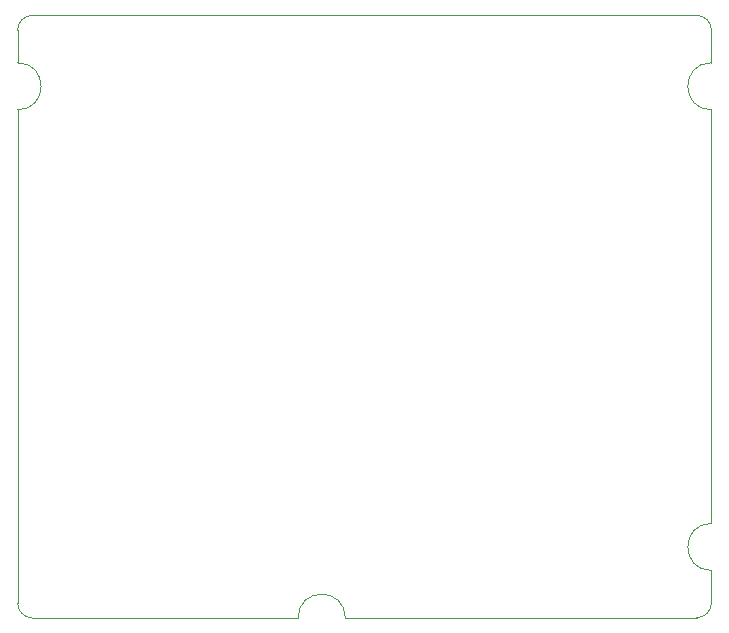
<source format=gbr>
%TF.GenerationSoftware,Altium Limited,Altium Designer,25.7.1 (20)*%
G04 Layer_Color=0*
%FSLAX45Y45*%
%MOMM*%
%TF.SameCoordinates,C331EA04-0F80-4B25-860E-1567A5D6E8FC*%
%TF.FilePolarity,Positive*%
%TF.FileFunction,Profile,NP*%
%TF.Part,Single*%
G01*
G75*
%TA.AperFunction,Profile*%
%ADD108C,0.02540*%
D108*
X0Y125000D02*
G03*
X125000Y0I125000J0D01*
G01*
X2375000D01*
D02*
G02*
X2775000Y0I200000J0D01*
G01*
X5750000D01*
D02*
G03*
X5875000Y125000I0J125000D01*
G01*
Y400000D01*
D02*
G02*
X5875000Y800000I0J200000D01*
G01*
Y4300000D01*
D02*
G02*
X5875000Y4700000I0J200000D01*
G01*
Y4975000D01*
D02*
G03*
X5750000Y5100000I-125000J0D01*
G01*
X125000D01*
D02*
G03*
X0Y4975000I0J-125000D01*
G01*
Y4700000D01*
D02*
G02*
X0Y4300000I0J-200000D01*
G01*
Y125000D01*
%TF.MD5,f33098aaf62f47a90c928fdce2bfff0b*%
M02*

</source>
